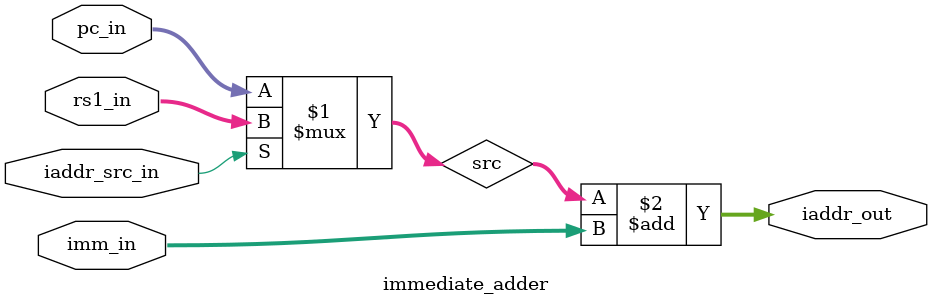
<source format=v>
module immediate_adder(
    input [31:0] pc_in,
    input [31:0] rs1_in,
    input [31:0] imm_in,
    input iaddr_src_in,
    
    output [31:0] iaddr_out
    );
    
    // Declaring intermediate net
    wire [31:0] src;
    
    // Mux
    assign src = (iaddr_src_in) ? rs1_in : pc_in;
    
    //Adder module
    assign iaddr_out[31:0] = src[31:0] + imm_in[31:0];
    
endmodule
</source>
